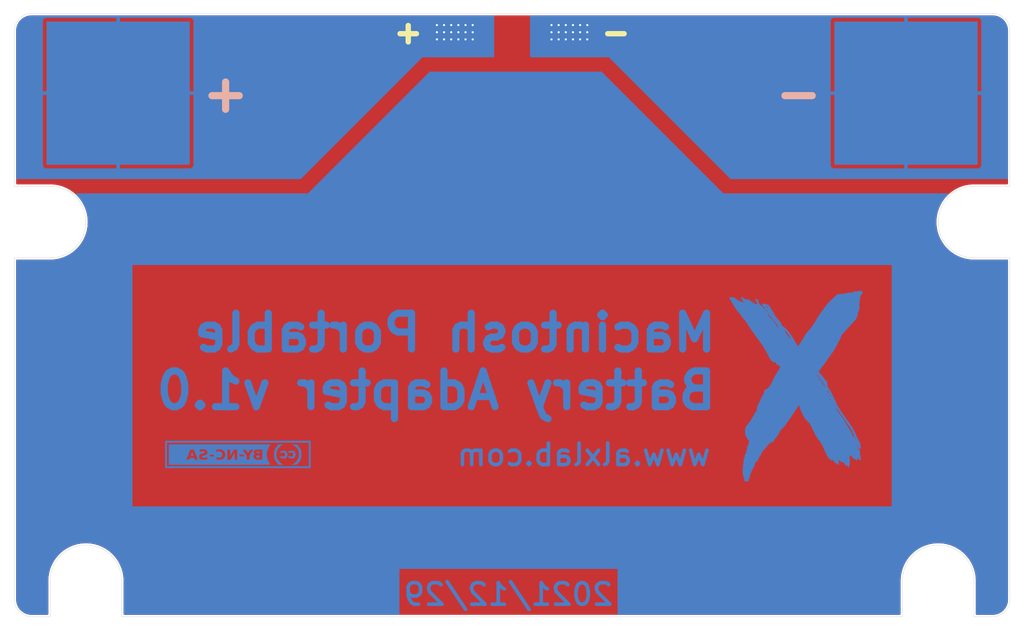
<source format=kicad_pcb>
(kicad_pcb (version 20211014) (generator pcbnew)
  (layers (0 "F.Cu" signal) (31 "B.Cu" signal) (34 "B.Paste" user) (35 "F.Paste" user) (36 "B.SilkS" user "B.Silkscreen") (37 "F.SilkS" user "F.Silkscreen") (38 "B.Mask" user) (39 "F.Mask" user) (44 "Edge.Cuts" user))
  (net 0 "")
  (net 1 "Net-(BT1-Pad2)")
  (net 2 "Net-(BT1-Pad1)")
  (footprint "project:Macintosh_Portable_Battery_Wire_Pads" (layer "F.Cu") (at 139.5 62)
    (fp_text reference "J1" hide)
    (fp_text value "Conn_01x02_Female")
  )
  (footprint "project:Macintosh_Portable_Battery_Contacts" (layer "F.Cu") (at 139.5 62)
    (fp_text reference "BT1" hide)
    (fp_text value "Macintosh_Portable_Battery")
  )
  (footprint "project:cc_by_nc_sa_small_front_20mm_copper_mask" (layer "B.Cu") (at 101.219 122.428 180)
    (fp_text reference "G***" hide)
    (fp_text value "LOGO" hide)
  )
  (footprint "project:logo_front_mask_35mm_copper_mask" (layer "B.Cu") (at 179.451 112.395 180)
    (fp_text reference "G***" hide)
    (fp_text value "LOGO" hide)
  )
  (gr_line (start 70 142.7) (end 70 95) (layer "Edge.Cuts") (width 0.05))
  (gr_line (start 70 85) (end 70 63.297056) (layer "Edge.Cuts") (width 0.05))
  (gr_line (start 209 95) (end 209 142.7) (layer "Edge.Cuts") (width 0.05))
  (gr_line (start 194 145.1) (end 85 145.1) (layer "Edge.Cuts") (width 0.05))
  (gr_line (start 75 145.1) (end 72.4 145.1) (layer "Edge.Cuts") (width 0.05))
  (gr_line (start 204 95) (end 209 95) (layer "Edge.Cuts") (width 0.05))
  (gr_arc (start 204 95) (mid 199 90) (end 204 85) (layer "Edge.Cuts") (width 0.05))
  (gr_line (start 204 140.1) (end 204 145.1) (layer "Edge.Cuts") (width 0.05))
  (gr_arc (start 75 85) (mid 80 90) (end 75 95) (layer "Edge.Cuts") (width 0.05))
  (gr_line (start 204 85) (end 209 85) (layer "Edge.Cuts") (width 0.05))
  (gr_arc (start 206.6 60.897056) (mid 208.297056 61.6) (end 209 63.297056) (layer "Edge.Cuts") (width 0.05))
  (gr_arc (start 70 63.297056) (mid 70.702944 61.6) (end 72.4 60.897056) (layer "Edge.Cuts") (width 0.05))
  (gr_line (start 75 140.1) (end 75 145.1) (layer "Edge.Cuts") (width 0.05))
  (gr_arc (start 72.4 145.1) (mid 70.702944 144.397056) (end 70 142.7) (layer "Edge.Cuts") (width 0.05))
  (gr_line (start 72.4 60.897056) (end 206.6 60.897056) (layer "Edge.Cuts") (width 0.05))
  (gr_line (start 206.6 145.1) (end 204 145.1) (layer "Edge.Cuts") (width 0.05))
  (gr_line (start 85 140.1) (end 85 145.1) (layer "Edge.Cuts") (width 0.05))
  (gr_arc (start 194 140.1) (mid 199 135.1) (end 204 140.1) (layer "Edge.Cuts") (width 0.05))
  (gr_arc (start 75 140.1) (mid 80 135.1) (end 85 140.1) (layer "Edge.Cuts") (width 0.05))
  (gr_line (start 75 85) (end 70 85) (layer "Edge.Cuts") (width 0.05))
  (gr_arc (start 209 142.7) (mid 208.297056 144.397056) (end 206.6 145.1) (layer "Edge.Cuts") (width 0.05))
  (gr_line (start 209 63.297056) (end 209 85) (layer "Edge.Cuts") (width 0.05))
  (gr_line (start 194 140.1) (end 194 145.1) (layer "Edge.Cuts") (width 0.05))
  (gr_line (start 75 95) (end 70 95) (layer "Edge.Cuts") (width 0.05))
  (gr_text "Macintosh Portable\nBattery Adapter v1.0" (at 168.5 109.5) (layer "B.Cu") (effects (font (size 5 5) (thickness 1)) (justify left mirror)))
  (gr_text "www.alxlab.com" (at 149.5 122.5) (layer "B.Cu") (effects (font (size 3 3) (thickness 0.5)) (justify mirror)))
  (gr_text "2021/12/29" (at 139 142) (layer "B.Cu") (effects (font (size 3 3) (thickness 0.5)) (justify mirror)))
  (gr_text "+" (at 125 63.5) (layer "F.SilkS") (effects (font (size 3 3) (thickness 0.75)) (justify mirror)))
  (gr_text "-" (at 154 63.5) (layer "F.SilkS") (effects (font (size 3 3) (thickness 0.75)) (justify mirror)))
  (via (at 147 63.5) (size 0.6) (drill 0.3) (layers "F.Cu" "B.Cu") (net 1))
  (via (at 150 64.5) (size 0.6) (drill 0.3) (layers "F.Cu" "B.Cu") (net 1))
  (via (at 147 62.5) (size 0.6) (drill 0.3) (layers "F.Cu" "B.Cu") (net 1))
  (via (at 150 62.5) (size 0.6) (drill 0.3) (layers "F.Cu" "B.Cu") (net 1))
  (via (at 146 64.5) (size 0.6) (drill 0.3) (layers "F.Cu" "B.Cu") (net 1))
  (via (at 145 62.5) (size 0.6) (drill 0.3) (layers "F.Cu" "B.Cu") (net 1))
  (via (at 145 64.5) (size 0.6) (drill 0.3) (layers "F.Cu" "B.Cu") (net 1))
  (via (at 145 63.5) (size 0.6) (drill 0.3) (layers "F.Cu" "B.Cu") (net 1))
  (via (at 148 63.5) (size 0.6) (drill 0.3) (layers "F.Cu" "B.Cu") (net 1))
  (via (at 149 62.5) (size 0.6) (drill 0.3) (layers "F.Cu" "B.Cu") (net 1))
  (via (at 149 64.5) (size 0.6) (drill 0.3) (layers "F.Cu" "B.Cu") (net 1))
  (via (at 149 63.5) (size 0.6) (drill 0.3) (layers "F.Cu" "B.Cu") (net 1))
  (via (at 148 62.5) (size 0.6) (drill 0.3) (layers "F.Cu" "B.Cu") (net 1))
  (via (at 148 64.5) (size 0.6) (drill 0.3) (layers "F.Cu" "B.Cu") (net 1))
  (via (at 146 63.5) (size 0.6) (drill 0.3) (layers "F.Cu" "B.Cu") (net 1))
  (via (at 146 62.5) (size 0.6) (drill 0.3) (layers "F.Cu" "B.Cu") (net 1))
  (via (at 150 63.5) (size 0.6) (drill 0.3) (layers "F.Cu" "B.Cu") (net 1))
  (via (at 147 64.5) (size 0.6) (drill 0.3) (layers "F.Cu" "B.Cu") (net 1))
  (via (at 132 63.5) (size 0.6) (drill 0.3) (layers "F.Cu" "B.Cu") (net 2))
  (via (at 133 62.5) (size 0.6) (drill 0.3) (layers "F.Cu" "B.Cu") (net 2))
  (via (at 129 62.5) (size 0.6) (drill 0.3) (layers "F.Cu" "B.Cu") (net 2))
  (via (at 130 62.5) (size 0.6) (drill 0.3) (layers "F.Cu" "B.Cu") (net 2))
  (via (at 129 63.5) (size 0.6) (drill 0.3) (layers "F.Cu" "B.Cu") (net 2))
  (via (at 131 64.5) (size 0.6) (drill 0.3) (layers "F.Cu" "B.Cu") (net 2))
  (via (at 134 63.5) (size 0.6) (drill 0.3) (layers "F.Cu" "B.Cu") (net 2))
  (via (at 134 62.5) (size 0.6) (drill 0.3) (layers "F.Cu" "B.Cu") (net 2))
  (via (at 132 62.5) (size 0.6) (drill 0.3) (layers "F.Cu" "B.Cu") (net 2))
  (via (at 134 64.5) (size 0.6) (drill 0.3) (layers "F.Cu" "B.Cu") (net 2))
  (via (at 131 62.5) (size 0.6) (drill 0.3) (layers "F.Cu" "B.Cu") (net 2))
  (via (at 133 63.5) (size 0.6) (drill 0.3) (layers "F.Cu" "B.Cu") (net 2))
  (via (at 131 63.5) (size 0.6) (drill 0.3) (layers "F.Cu" "B.Cu") (net 2))
  (via (at 130 63.5) (size 0.6) (drill 0.3) (layers "F.Cu" "B.Cu") (net 2))
  (via (at 129 64.5) (size 0.6) (drill 0.3) (layers "F.Cu" "B.Cu") (net 2))
  (via (at 133 64.5) (size 0.6) (drill 0.3) (layers "F.Cu" "B.Cu") (net 2))
  (via (at 130 64.5) (size 0.6) (drill 0.3) (layers "F.Cu" "B.Cu") (net 2))
  (via (at 132 64.5) (size 0.6) (drill 0.3) (layers "F.Cu" "B.Cu") (net 2))
  (zone (net 0) (net_name "") (layer "F.Cu") (connect_pads (clearance 0.254)) (min_thickness 0.254) (fill yes (thermal_gap 0.508) (thermal_bridge_width 0.508))
    (polygon (pts (xy 211 147) (xy 68 147) (xy 68 59) (xy 211 59)))
  )
  (zone (net 0) (net_name "") (layer "B.Cu") (connect_pads (clearance 0)) (min_thickness 0.254)
    (keepout (tracks allowed) (vias allowed) (pads allowed) (copperpour not_allowed) (footprints allowed))
    (fill (thermal_gap 0.508) (thermal_bridge_width 0.508))
    (polygon (pts (xy 192.5 96) (xy 192.5 129.7) (xy 86.5 129.7) (xy 86.5 96)))
  )
  (zone (net 2) (net_name "Net-(BT1-Pad1)") (layer "B.Cu") (connect_pads (clearance 0.254)) (min_thickness 0.254) (fill yes (thermal_gap 0.508) (thermal_bridge_width 0.508))
    (polygon (pts (xy 137 67) (xy 127 67) (xy 110 84) (xy 69 84) (xy 69 60) (xy 137 60)))
  )
  (zone (net 1) (net_name "Net-(BT1-Pad2)") (layer "B.Cu") (connect_pads (clearance 0.254)) (min_thickness 0.254) (fill yes (thermal_gap 0.508) (thermal_bridge_width 0.508))
    (polygon (pts (xy 210 84) (xy 170 84) (xy 153 67) (xy 142 67) (xy 142 60) (xy 210 60)))
  )
  (zone (net 0) (net_name "") (layer "B.Cu") (connect_pads (clearance 0.254)) (min_thickness 0.254) (fill yes (thermal_gap 0.508) (thermal_bridge_width 0.508))
    (polygon (pts (xy 169 86) (xy 210 86) (xy 210 146) (xy 69 146) (xy 69 86) (xy 111 86) (xy 128 69) (xy 152 69)))
  )
)
</source>
